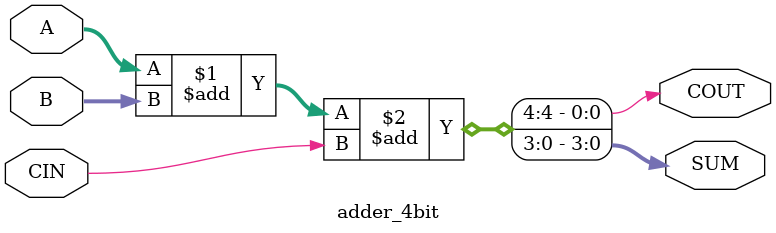
<source format=v>
module adder_4bit(
    input [3:0] A, B,
    input CIN,
    output [3:0] SUM,
    output COUT
);

    assign {COUT, SUM} = A + B + CIN;

endmodule


</source>
